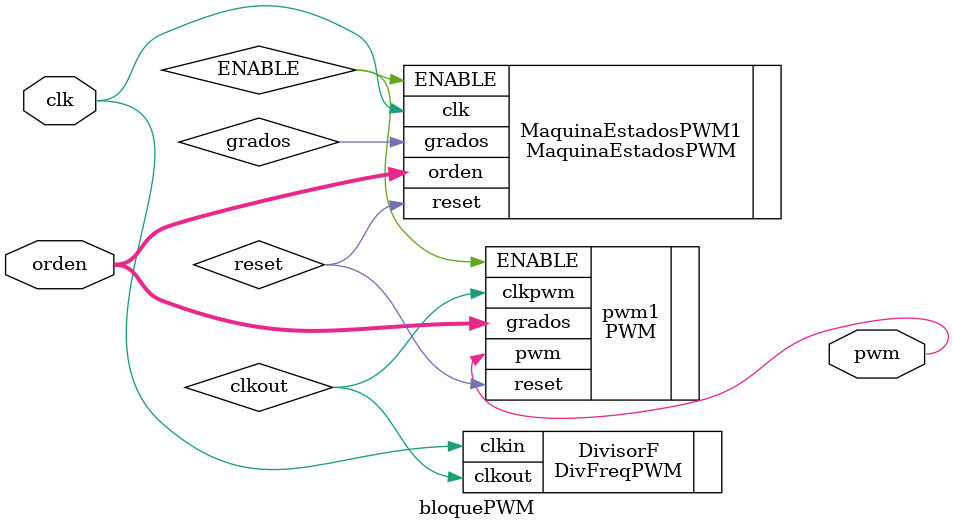
<source format=v>
`timescale 1ns / 1ps

module bloquePWM(
                     
                   
                    output	wire pwm,
                    input	wire [2:0] orden,
					input	wire clk
                   
    );
    
   MaquinaEstadosPWM MaquinaEstadosPWM1 (
    .orden (orden),
    .clk(clk),
    .ENABLE (ENABLE),
    .reset (reset),
    .grados (grados)
   );
   
   DivFreqPWM DivisorF   (
                                  .clkin      ( clk     ),
                                  .clkout  ( clkout )
                                );
   PWM pwm1 (
          .clkpwm (clkout),
          .ENABLE (ENABLE),
          .reset (reset),
          .grados (orden),
          .pwm(pwm)
          );
endmodule


  
 

</source>
